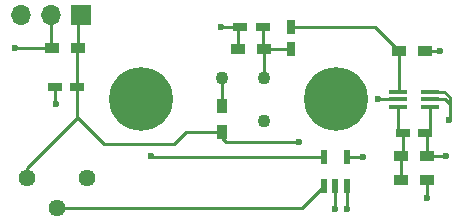
<source format=gbr>
G04 #@! TF.FileFunction,Copper,L1,Top,Signal*
%FSLAX46Y46*%
G04 Gerber Fmt 4.6, Leading zero omitted, Abs format (unit mm)*
G04 Created by KiCad (PCBNEW 4.0.7) date 06/03/18 17:49:00*
%MOMM*%
%LPD*%
G01*
G04 APERTURE LIST*
%ADD10C,0.100000*%
%ADD11C,5.400000*%
%ADD12R,1.500000X0.400000*%
%ADD13R,1.200000X0.750000*%
%ADD14R,0.750000X1.200000*%
%ADD15C,1.100000*%
%ADD16R,0.900000X1.200000*%
%ADD17R,1.200000X0.900000*%
%ADD18R,0.590000X1.210000*%
%ADD19R,1.700000X1.700000*%
%ADD20O,1.700000X1.700000*%
%ADD21C,1.440000*%
%ADD22C,0.600000*%
%ADD23C,0.250000*%
G04 APERTURE END LIST*
D10*
D11*
X166500000Y-100000000D03*
D12*
X171771000Y-99350000D03*
X171771000Y-100000000D03*
X171771000Y-100650000D03*
X174431000Y-100650000D03*
X174431000Y-100000000D03*
X174431000Y-99350000D03*
D13*
X160271500Y-93853000D03*
X158371500Y-93853000D03*
D14*
X162687000Y-93855500D03*
X162687000Y-95755500D03*
D13*
X174051000Y-102870000D03*
X172151000Y-102870000D03*
X144587000Y-98996500D03*
X142687000Y-98996500D03*
D15*
X156826950Y-98203950D03*
X160419050Y-98203950D03*
X160419050Y-101796050D03*
D16*
X156845000Y-102763500D03*
X156845000Y-100563500D03*
D17*
X160421500Y-95758000D03*
X158221500Y-95758000D03*
X171810500Y-95885000D03*
X174010500Y-95885000D03*
X172001000Y-106810000D03*
X174201000Y-106810000D03*
X174201000Y-104840000D03*
X172001000Y-104840000D03*
X144610000Y-95631000D03*
X142410000Y-95631000D03*
D18*
X165483500Y-107363500D03*
X166433500Y-107363500D03*
X167383500Y-107363500D03*
X167383500Y-104853500D03*
X165483500Y-104853500D03*
D11*
X150000000Y-100000000D03*
D19*
X144907000Y-92837000D03*
D20*
X142367000Y-92837000D03*
X139827000Y-92837000D03*
D21*
X142875000Y-109220000D03*
X145415000Y-106680000D03*
X140335000Y-106680000D03*
D22*
X166433500Y-109283500D03*
X167386000Y-109283500D03*
X142748000Y-100393500D03*
X175323500Y-95885000D03*
X170053000Y-100012500D03*
X174180500Y-108331000D03*
X156718000Y-93916500D03*
X175768000Y-104838500D03*
X168783000Y-104902000D03*
X176022000Y-101727000D03*
X163322000Y-103632000D03*
X139319000Y-95631000D03*
X150812500Y-104838500D03*
D23*
X171810500Y-95885000D02*
X171810500Y-99310500D01*
X171810500Y-99310500D02*
X171771000Y-99350000D01*
X162687000Y-93855500D02*
X169781000Y-93855500D01*
X169781000Y-93855500D02*
X171810500Y-95885000D01*
X166433500Y-107363500D02*
X166433500Y-109283500D01*
X167383500Y-107363500D02*
X167383500Y-109281000D01*
X167383500Y-109281000D02*
X167386000Y-109283500D01*
X142687000Y-98996500D02*
X142687000Y-100332500D01*
X142687000Y-100332500D02*
X142748000Y-100393500D01*
X174010500Y-95885000D02*
X175323500Y-95885000D01*
X171771000Y-100000000D02*
X170065500Y-100000000D01*
X170065500Y-100000000D02*
X170053000Y-100012500D01*
X174201000Y-106810000D02*
X174201000Y-108310500D01*
X174201000Y-108310500D02*
X174180500Y-108331000D01*
X158371500Y-93853000D02*
X156781500Y-93853000D01*
X156781500Y-93853000D02*
X156718000Y-93916500D01*
X158221500Y-95758000D02*
X158221500Y-94003000D01*
X158221500Y-94003000D02*
X158371500Y-93853000D01*
X172001000Y-104840000D02*
X172001000Y-106810000D01*
X172151000Y-102870000D02*
X172151000Y-104690000D01*
X172151000Y-104690000D02*
X172001000Y-104840000D01*
X171771000Y-100650000D02*
X171771000Y-102490000D01*
X171771000Y-102490000D02*
X172001000Y-102720000D01*
X167383500Y-104853500D02*
X168734500Y-104853500D01*
X175766500Y-104840000D02*
X174201000Y-104840000D01*
X175768000Y-104838500D02*
X175766500Y-104840000D01*
X168734500Y-104853500D02*
X168783000Y-104902000D01*
X174431000Y-100650000D02*
X174431000Y-102490000D01*
X174431000Y-102490000D02*
X174201000Y-102720000D01*
X174201000Y-102720000D02*
X174201000Y-104840000D01*
X174431000Y-99350000D02*
X175677000Y-99350000D01*
X176149000Y-99822000D02*
X176149000Y-100393500D01*
X175677000Y-99350000D02*
X176149000Y-99822000D01*
X156845000Y-102763500D02*
X156845000Y-103314500D01*
X156845000Y-103314500D02*
X157162500Y-103632000D01*
X175755500Y-100000000D02*
X174431000Y-100000000D01*
X176149000Y-100393500D02*
X176085500Y-100330000D01*
X176085500Y-100330000D02*
X175755500Y-100000000D01*
X176149000Y-101600000D02*
X176149000Y-100393500D01*
X176022000Y-101727000D02*
X176149000Y-101600000D01*
X157162500Y-103632000D02*
X163322000Y-103632000D01*
X156845000Y-102763500D02*
X153776500Y-102763500D01*
X146812000Y-103759000D02*
X144587000Y-101534000D01*
X152781000Y-103759000D02*
X146812000Y-103759000D01*
X153776500Y-102763500D02*
X152781000Y-103759000D01*
X144610000Y-95631000D02*
X144610000Y-93134000D01*
X144610000Y-93134000D02*
X144907000Y-92837000D01*
X144587000Y-98996500D02*
X144587000Y-95654000D01*
X144587000Y-95654000D02*
X144610000Y-95631000D01*
X140335000Y-106680000D02*
X140335000Y-105854500D01*
X140335000Y-105854500D02*
X144587000Y-101602500D01*
X144587000Y-101602500D02*
X144587000Y-101534000D01*
X144587000Y-101534000D02*
X144587000Y-98996500D01*
X160421500Y-95758000D02*
X162684500Y-95758000D01*
X162684500Y-95758000D02*
X162687000Y-95755500D01*
X160419050Y-98203950D02*
X160419050Y-95760450D01*
X160419050Y-95760450D02*
X160271500Y-95612900D01*
X160271500Y-95612900D02*
X160271500Y-93853000D01*
X156845000Y-100563500D02*
X156845000Y-98222000D01*
X156845000Y-98222000D02*
X156826950Y-98203950D01*
X142875000Y-109220000D02*
X163627000Y-109220000D01*
X163627000Y-109220000D02*
X165483500Y-107363500D01*
X165483500Y-104853500D02*
X150827500Y-104853500D01*
X139319000Y-95631000D02*
X142410000Y-95631000D01*
X150827500Y-104853500D02*
X150812500Y-104838500D01*
X142367000Y-92837000D02*
X142367000Y-95588000D01*
X142367000Y-95588000D02*
X142410000Y-95631000D01*
M02*

</source>
